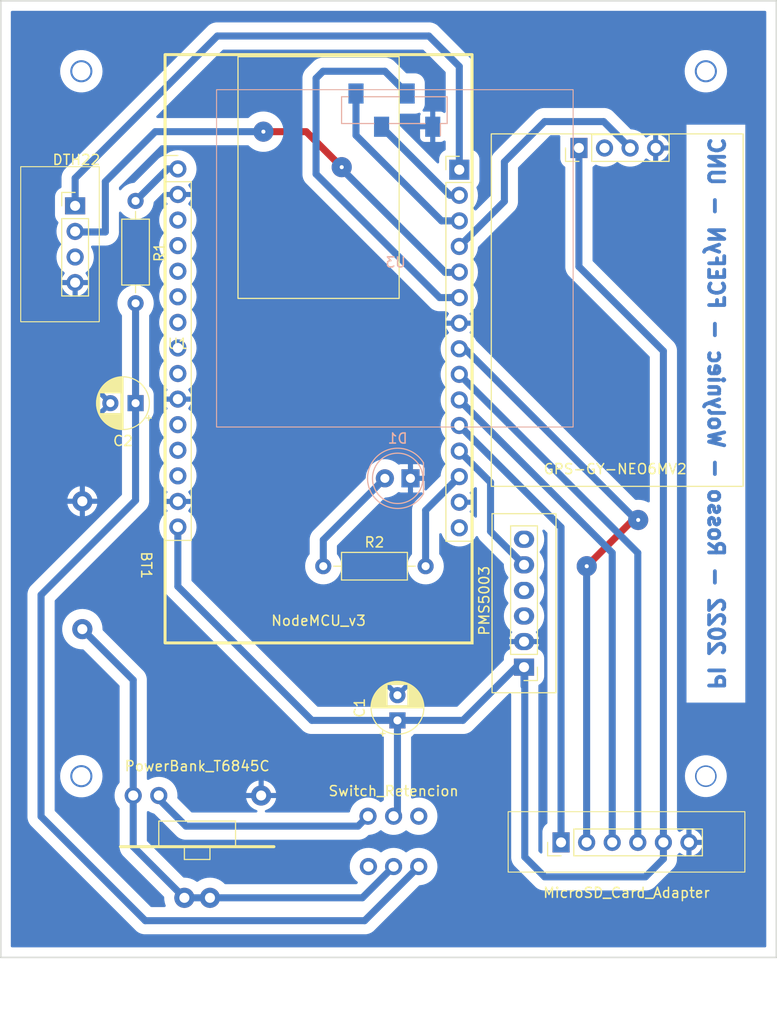
<source format=kicad_pcb>
(kicad_pcb (version 20221231) (generator pcbnew)
  (layers (0 "F.Cu" signal) (31 "B.Cu" signal) (34 "B.Paste" user) (35 "F.Paste" user) (36 "B.SilkS" user "B.Silkscreen") (37 "F.SilkS" user "F.Silkscreen") (38 "B.Mask" user) (39 "F.Mask" user) (44 "Edge.Cuts" user))
  (net 0 "")
  (net 1 "GND")
  (net 2 "Net-(D1-A)")
  (net 3 "Net-(U1-A0)")
  (net 4 "Net-(U1-TX)")
  (net 12 "VCC_3V3")
  (net 15 "VCC_dht22")
  (net 16 "SCL")
  (net 17 "SDA")
  (net 18 "TX_GPS")
  (net 19 "DATA_DHT")
  (net 20 "SCK")
  (net 21 "MISO")
  (net 22 "MOSI")
  (net 23 "CS")
  (net 24 "TX_PMS")
  (net 30 "VCC_5V_IN")
  (net 31 "VCC_OUT_BAT")
  (net 32 "VCC_IN_ADC")
  (net 33 "VCC_5V_OUT")
  (footprint "Capacitor_THT:CP_Radial_D5.0mm_P2.50mm" (layer "F.Cu") (at 141.38375 110.45925 90)
    (fp_text reference "C1" (at 1.25 -3.75 90) (layer "F.SilkS"))
    (fp_text value "C")
    (fp_line (start -1.554775 -1.475) (end -1.054775 -1.475) (stroke (width 0.12)) (layer "F.SilkS"))
    (fp_line (start -1.304775 -1.725) (end -1.304775 -1.225) (stroke (width 0.12)) (layer "F.SilkS"))
    (fp_line (start 1.25 -2.58) (end 1.25 2.58) (stroke (width 0.12)) (layer "F.SilkS"))
    (fp_line (start 1.29 -2.58) (end 1.29 2.58) (stroke (width 0.12)) (layer "F.SilkS"))
    (fp_line (start 1.33 -2.579) (end 1.33 2.579) (stroke (width 0.12)) (layer "F.SilkS"))
    (fp_line (start 1.37 -2.578) (end 1.37 2.578) (stroke (width 0.12)) (layer "F.SilkS"))
    (fp_line (start 1.41 -2.576) (end 1.41 2.576) (stroke (width 0.12)) (layer "F.SilkS"))
    (fp_line (start 1.45 -2.573) (end 1.45 2.573) (stroke (width 0.12)) (layer "F.SilkS"))
    (fp_line (start 1.49 -2.569) (end 1.49 -1.04) (stroke (width 0.12)) (layer "F.SilkS"))
    (fp_line (start 1.49 1.04) (end 1.49 2.569) (stroke (width 0.12)) (layer "F.SilkS"))
    (fp_line (start 1.53 -2.565) (end 1.53 -1.04) (stroke (width 0.12)) (layer "F.SilkS"))
    (fp_line (start 1.53 1.04) (end 1.53 2.565) (stroke (width 0.12)) (layer "F.SilkS"))
    (fp_line (start 1.57 -2.561) (end 1.57 -1.04) (stroke (width 0.12)) (layer "F.SilkS"))
    (fp_line (start 1.57 1.04) (end 1.57 2.561) (stroke (width 0.12)) (layer "F.SilkS"))
    (fp_line (start 1.61 -2.556) (end 1.61 -1.04) (stroke (width 0.12)) (layer "F.SilkS"))
    (fp_line (start 1.61 1.04) (end 1.61 2.556) (stroke (width 0.12)) (layer "F.SilkS"))
    (fp_line (start 1.65 -2.55) (end 1.65 -1.04) (stroke (width 0.12)) (layer "F.SilkS"))
    (fp_line (start 1.65 1.04) (end 1.65 2.55) (stroke (width 0.12)) (layer "F.SilkS"))
    (fp_line (start 1.69 -2.543) (end 1.69 -1.04) (stroke (width 0.12)) (layer "F.SilkS"))
    (fp_line (start 1.69 1.04) (end 1.69 2.543) (stroke (width 0.12)) (layer "F.SilkS"))
    (fp_line (start 1.73 -2.536) (end 1.73 -1.04) (stroke (width 0.12)) (layer "F.SilkS"))
    (fp_line (start 1.73 1.04) (end 1.73 2.536) (stroke (width 0.12)) (layer "F.SilkS"))
    (fp_line (start 1.77 -2.528) (end 1.77 -1.04) (stroke (width 0.12)) (layer "F.SilkS"))
    (fp_line (start 1.77 1.04) (end 1.77 2.528) (stroke (width 0.12)) (layer "F.SilkS"))
    (fp_line (start 1.81 -2.52) (end 1.81 -1.04) (stroke (width 0.12)) (layer "F.SilkS"))
    (fp_line (start 1.81 1.04) (end 1.81 2.52) (stroke (width 0.12)) (layer "F.SilkS"))
    (fp_line (start 1.85 -2.511) (end 1.85 -1.04) (stroke (width 0.12)) (layer "F.SilkS"))
    (fp_line (start 1.85 1.04) (end 1.85 2.511) (stroke (width 0.12)) (layer "F.SilkS"))
    (fp_line (start 1.89 -2.501) (end 1.89 -1.04) (stroke (width 0.12)) (layer "F.SilkS"))
    (fp_line (start 1.89 1.04) (end 1.89 2.501) (stroke (width 0.12)) (layer "F.SilkS"))
    (fp_line (start 1.93 -2.491) (end 1.93 -1.04) (stroke (width 0.12)) (layer "F.SilkS"))
    (fp_line (start 1.93 1.04) (end 1.93 2.491) (stroke (width 0.12)) (layer "F.SilkS"))
    (fp_line (start 1.971 -2.48) (end 1.971 -1.04) (stroke (width 0.12)) (layer "F.SilkS"))
    (fp_line (start 1.971 1.04) (end 1.971 2.48) (stroke (width 0.12)) (layer "F.SilkS"))
    (fp_line (start 2.011 -2.468) (end 2.011 -1.04) (stroke (width 0.12)) (layer "F.SilkS"))
    (fp_line (start 2.011 1.04) (end 2.011 2.468) (stroke (width 0.12)) (layer "F.SilkS"))
    (fp_line (start 2.051 -2.455) (end 2.051 -1.04) (stroke (width 0.12)) (layer "F.SilkS"))
    (fp_line (start 2.051 1.04) (end 2.051 2.455) (stroke (width 0.12)) (layer "F.SilkS"))
    (fp_line (start 2.091 -2.442) (end 2.091 -1.04) (stroke (width 0.12)) (layer "F.SilkS"))
    (fp_line (start 2.091 1.04) (end 2.091 2.442) (stroke (width 0.12)) (layer "F.SilkS"))
    (fp_line (start 2.131 -2.428) (end 2.131 -1.04) (stroke (width 0.12)) (layer "F.SilkS"))
    (fp_line (start 2.131 1.04) (end 2.131 2.428) (stroke (width 0.12)) (layer "F.SilkS"))
    (fp_line (start 2.171 -2.414) (end 2.171 -1.04) (stroke (width 0.12)) (layer "F.SilkS"))
    (fp_line (start 2.171 1.04) (end 2.171 2.414) (stroke (width 0.12)) (layer "F.SilkS"))
    (fp_line (start 2.211 -2.398) (end 2.211 -1.04) (stroke (width 0.12)) (layer "F.SilkS"))
    (fp_line (start 2.211 1.04) (end 2.211 2.398) (stroke (width 0.12)) (layer "F.SilkS"))
    (fp_line (start 2.251 -2.382) (end 2.251 -1.04) (stroke (width 0.12)) (layer "F.SilkS"))
    (fp_line (start 2.251 1.04) (end 2.251 2.382) (stroke (width 0.12)) (layer "F.SilkS"))
    (fp_line (start 2.291 -2.365) (end 2.291 -1.04) (stroke (width 0.12)) (layer "F.SilkS"))
    (fp_line (start 2.291 1.04) (end 2.291 2.365) (stroke (width 0.12)) (layer "F.SilkS"))
    (fp_line (start 2.331 -2.348) (end 2.331 -1.04) (stroke (width 0.12)) (layer "F.SilkS"))
    (fp_line (start 2.331 1.04) (end 2.331 2.348) (stroke (width 0.12)) (layer "F.SilkS"))
    (fp_line (start 2.371 -2.329) (end 2.371 -1.04) (stroke (width 0.12)) (layer "F.SilkS"))
    (fp_line (start 2.371 1.04) (end 2.371 2.329) (stroke (width 0.12)) (layer "F.SilkS"))
    (fp_line (start 2.411 -2.31) (end 2.411 -1.04) (stroke (width 0.12)) (layer "F.SilkS"))
    (fp_line (start 2.411 1.04) (end 2.411 2.31) (stroke (width 0.12)) (layer "F.SilkS"))
    (fp_line (start 2.451 -2.29) (end 2.451 -1.04) (stroke (width 0.12)) (layer "F.SilkS"))
    (fp_line (start 2.451 1.04) (end 2.451 2.29) (stroke (width 0.12)) (layer "F.SilkS"))
    (fp_line (start 2.491 -2.268) (end 2.491 -1.04) (stroke (width 0.12)) (layer "F.SilkS"))
    (fp_line (start 2.491 1.04) (end 2.491 2.268) (stroke (width 0.12)) (layer "F.SilkS"))
    (fp_line (start 2.531 -2.247) (end 2.531 -1.04) (stroke (width 0.12)) (layer "F.SilkS"))
    (fp_line (start 2.531 1.04) (end 2.531 2.247) (stroke (width 0.12)) (layer "F.SilkS"))
    (fp_line (start 2.571 -2.224) (end 2.571 -1.04) (stroke (width 0.12)) (layer "F.SilkS"))
    (fp_line (start 2.571 1.04) (end 2.571 2.224) (stroke (width 0.12)) (layer "F.SilkS"))
    (fp_line (start 2.611 -2.2) (end 2.611 -1.04) (stroke (width 0.12)) (layer "F.SilkS"))
    (fp_line (start 2.611 1.04) (end 2.611 2.2) (stroke (width 0.12)) (layer "F.SilkS"))
    (fp_line (start 2.651 -2.175) (end 2.651 -1.04) (stroke (width 0.12)) (layer "F.SilkS"))
    (fp_line (start 2.651 1.04) (end 2.651 2.175) (stroke (width 0.12)) (layer "F.SilkS"))
    (fp_line (start 2.691 -2.149) (end 2.691 -1.04) (stroke (width 0.12)) (layer "F.SilkS"))
    (fp_line (start 2.691 1.04) (end 2.691 2.149) (stroke (width 0.12)) (layer "F.SilkS"))
    (fp_line (start 2.731 -2.122) (end 2.731 -1.04) (stroke (width 0.12)) (layer "F.SilkS"))
    (fp_line (start 2.731 1.04) (end 2.731 2.122) (stroke (width 0.12)) (layer "F.SilkS"))
    (fp_line (start 2.771 -2.095) (end 2.771 -1.04) (stroke (width 0.12)) (layer "F.SilkS"))
    (fp_line (start 2.771 1.04) (end 2.771 2.095) (stroke (width 0.12)) (layer "F.SilkS"))
    (fp_line (start 2.811 -2.065) (end 2.811 -1.04) (stroke (width 0.12)) (layer "F.SilkS"))
    (fp_line (start 2.811 1.04) (end 2.811 2.065) (stroke (width 0.12)) (layer "F.SilkS"))
    (fp_line (start 2.851 -2.035) (end 2.851 -1.04) (stroke (width 0.12)) (layer "F.SilkS"))
    (fp_line (start 2.851 1.04) (end 2.851 2.035) (stroke (width 0.12)) (layer "F.SilkS"))
    (fp_line (start 2.891 -2.004) (end 2.891 -1.04) (stroke (width 0.12)) (layer "F.SilkS"))
    (fp_line (start 2.891 1.04) (end 2.891 2.004) (stroke (width 0.12)) (layer "F.SilkS"))
    (fp_line (start 2.931 -1.971) (end 2.931 -1.04) (stroke (width 0.12)) (layer "F.SilkS"))
    (fp_line (start 2.931 1.04) (end 2.931 1.971) (stroke (width 0.12)) (layer "F.SilkS"))
    (fp_line (start 2.971 -1.937) (end 2.971 -1.04) (stroke (width 0.12)) (layer "F.SilkS"))
    (fp_line (start 2.971 1.04) (end 2.971 1.937) (stroke (width 0.12)) (layer "F.SilkS"))
    (fp_line (start 3.011 -1.901) (end 3.011 -1.04) (stroke (width 0.12)) (layer "F.SilkS"))
    (fp_line (start 3.011 1.04) (end 3.011 1.901) (stroke (width 0.12)) (layer "F.SilkS"))
    (fp_line (start 3.051 -1.864) (end 3.051 -1.04) (stroke (width 0.12)) (layer "F.SilkS"))
    (fp_line (start 3.051 1.04) (end 3.051 1.864) (stroke (width 0.12)) (layer "F.SilkS"))
    (fp_line (start 3.091 -1.826) (end 3.091 -1.04) (stroke (width 0.12)) (layer "F.SilkS"))
    (fp_line (start 3.091 1.04) (end 3.091 1.826) (stroke (width 0.12)) (layer "F.SilkS"))
    (fp_line (start 3.131 -1.785) (end 3.131 -1.04) (stroke (width 0.12)) (layer "F.SilkS"))
    (fp_line (start 3.131 1.04) (end 3.131 1.785) (stroke (width 0.12)) (layer "F.SilkS"))
    (fp_line (start 3.171 -1.743) (end 3.171 -1.04) (stroke (width 0.12)) (layer "F.SilkS"))
    (fp_line (start 3.171 1.04) (end 3.171 1.743) (stroke (width 0.12)) (layer "F.SilkS"))
    (fp_line (start 3.211 -1.699) (end 3.211 -1.04) (stroke (width 0.12)) (layer "F.SilkS"))
    (fp_line (start 3.211 1.04) (end 3.211 1.699) (stroke (width 0.12)) (layer "F.SilkS"))
    (fp_line (start 3.251 -1.653) (end 3.251 -1.04) (stroke (width 0.12)) (layer "F.SilkS"))
    (fp_line (start 3.251 1.04) (end 3.251 1.653) (stroke (width 0.12)) (layer "F.SilkS"))
    (fp_line (start 3.291 -1.605) (end 3.291 -1.04) (stroke (width 0.12)) (layer "F.SilkS"))
    (fp_line (start 3.291 1.04) (end 3.291 1.605) (stroke (width 0.12)) (layer "F.SilkS"))
    (fp_line (start 3.331 -1.554) (end 3.331 -1.04) (stroke (width 0.12)) (layer "F.SilkS"))
    (fp_line (start 3.331 1.04) (end 3.331 1.554) (stroke (width 0.12)) (layer "F.SilkS"))
    (fp_line (start 3.371 -1.5) (end 3.371 -1.04) (stroke (width 0.12)) (layer "F.SilkS"))
    (fp_line (start 3.371 1.04) (end 3.371 1.5) (stroke (width 0.12)) (layer "F.SilkS"))
    (fp_line (start 3.411 -1.443) (end 3.411 -1.04) (stroke (width 0.12)) (layer "F.SilkS"))
    (fp_line (start 3.411 1.04) (end 3.411 1.443) (stroke (width 0.12)) (layer "F.SilkS"))
    (fp_line (start 3.451 -1.383) (end 3.451 -1.04) (stroke (width 0.12)) (layer "F.SilkS"))
    (fp_line (start 3.451 1.04) (end 3.451 1.383) (stroke (width 0.12)) (layer "F.SilkS"))
    (fp_line (start 3.491 -1.319) (end 3.491 -1.04) (stroke (width 0.12)) (layer "F.SilkS"))
    (fp_line (start 3.491 1.04) (end 3.491 1.319) (stroke (width 0.12)) (layer "F.SilkS"))
    (fp_line (start 3.531 -1.251) (end 3.531 -1.04) (stroke (width 0.12)) (layer "F.SilkS"))
    (fp_line (start 3.531 1.04) (end 3.531 1.251) (stroke (width 0.12)) (layer "F.SilkS"))
    (fp_line (start 3.571 -1.178) (end 3.571 1.178) (stroke (width 0.12)) (layer "F.SilkS"))
    (fp_line (start 3.611 -1.098) (end 3.611 1.098) (stroke (width 0.12)) (layer "F.SilkS"))
    (fp_line (start 3.651 -1.011) (end 3.651 1.011) (stroke (width 0.12)) (layer "F.SilkS"))
    (fp_line (start 3.691 -0.915) (end 3.691 0.915) (stroke (width 0.12)) (layer "F.SilkS"))
    (fp_line (start 3.731 -0.805) (end 3.731 0.805) (stroke (width 0.12)) (layer "F.SilkS"))
    (fp_line (start 3.771 -0.677) (end 3.771 0.677) (stroke (width 0.12)) (layer "F.SilkS"))
    (fp_line (start 3.811 -0.518) (end 3.811 0.518) (stroke (width 0.12)) (layer "F.SilkS"))
    (fp_line (start 3.851 -0.284) (end 3.851 0.284) (stroke (width 0.12)) (layer "F.SilkS"))
    (fp_circle (center 1.25 0) (end 3.87 0) (stroke (width 0.12)) (fill none) (layer "F.SilkS"))
    (pad "1" thru_hole rect locked (at 0 0 90) (size 1.6 1.6) (drill 0.8) (layers *.Cu *.Mask) (net 30 "VCC_5V_IN"))
    (pad "2" thru_hole circle locked (at 2.5 0 90) (size 1.6 1.6) (drill 0.8) (layers *.Cu *.Mask) (net 1 "GND"))
  )
  (footprint "Capacitor_THT:CP_Radial_D5.0mm_P2.50mm" (layer "F.Cu") (at 115.38375 78.95925 180)
    (fp_text reference "C2" (at 1.25 -3.75) (layer "F.SilkS"))
    (fp_text value "C")
    (fp_line (start -1.554775 -1.475) (end -1.054775 -1.475) (stroke (width 0.12)) (layer "F.SilkS"))
    (fp_line (start -1.304775 -1.725) (end -1.304775 -1.225) (stroke (width 0.12)) (layer "F.SilkS"))
    (fp_line (start 1.25 -2.58) (end 1.25 2.58) (stroke (width 0.12)) (layer "F.SilkS"))
    (fp_line (start 1.29 -2.58) (end 1.29 2.58) (stroke (width 0.12)) (layer "F.SilkS"))
    (fp_line (start 1.33 -2.579) (end 1.33 2.579) (stroke (width 0.12)) (layer "F.SilkS"))
    (fp_line (start 1.37 -2.578) (end 1.37 2.578) (stroke (width 0.12)) (layer "F.SilkS"))
    (fp_line (start 1.41 -2.576) (end 1.41 2.576) (stroke (width 0.12)) (layer "F.SilkS"))
    (fp_line (start 1.45 -2.573) (end 1.45 2.573) (stroke (width 0.12)) (layer "F.SilkS"))
    (fp_line (start 1.49 -2.569) (end 1.49 -1.04) (stroke (width 0.12)) (layer "F.SilkS"))
    (fp_line (start 1.49 1.04) (end 1.49 2.569) (stroke (width 0.12)) (layer "F.SilkS"))
    (fp_line (start 1.53 -2.565) (end 1.53 -1.04) (stroke (width 0.12)) (layer "F.SilkS"))
    (fp_line (start 1.53 1.04) (end 1.53 2.565) (stroke (width 0.12)) (layer "F.SilkS"))
    (fp_line (start 1.57 -2.561) (end 1.57 -1.04) (stroke (width 0.12)) (layer "F.SilkS"))
    (fp_line (start 1.57 1.04) (end 1.57 2.561) (stroke (width 0.12)) (layer "F.SilkS"))
    (fp_line (start 1.61 -2.556) (end 1.61 -1.04) (stroke (width 0.12)) (layer "F.SilkS"))
    (fp_line (start 1.61 1.04) (end 1.61 2.556) (stroke (width 0.12)) (layer "F.SilkS"))
    (fp_line (start 1.65 -2.55) (end 1.65 -1.04) (stroke (width 0.12)) (layer "F.SilkS"))
    (fp_line (start 1.65 1.04) (end 1.65 2.55) (stroke (width 0.12)) (layer "F.SilkS"))
    (fp_line (start 1.69 -2.543) (end 1.69 -1.04) (stroke (width 0.12)) (layer "F.SilkS"))
    (fp_line (start 1.69 1.04) (end 1.69 2.543) (stroke (width 0.12)) (layer "F.SilkS"))
    (fp_line (start 1.73 -2.536) (end 1.73 -1.04) (stroke (width 0.12)) (layer "F.SilkS"))
    (fp_line (start 1.73 1.04) (end 1.73 2.536) (stroke (width 0.12)) (layer "F.SilkS"))
    (fp_line (start 1.77 -2.528) (end 1.77 -1.04) (stroke (width 0.12)) (layer "F.SilkS"))
    (fp_line (start 1.77 1.04) (end 1.77 2.528) (stroke (width 0.12)) (layer "F.SilkS"))
    (fp_line (start 1.81 -2.52) (end 1.81 -1.04) (stroke (width 0.12)) (layer "F.SilkS"))
    (fp_line (start 1.81 1.04) (end 1.81 2.52) (stroke (width 0.12)) (layer "F.SilkS"))
    (fp_line (start 1.85 -2.511) (end 1.85 -1.04) (stroke (width 0.12)) (layer "F.SilkS"))
    (fp_line (start 1.85 1.04) (end 1.85 2.511) (stroke (width 0.12)) (layer "F.SilkS"))
    (fp_line (start 1.89 -2.501) (end 1.89 -1.04) (stroke (width 0.12)) (layer "F.SilkS"))
    (fp_line (start 1.89 1.04) (end 1.89 2.501) (stroke (width 0.12)) (layer "F.SilkS"))
    (fp_line (start 1.93 -2.491) (end 1.93 -1.04) (stroke (width 0.12)) (layer "F.SilkS"))
    (fp_line (start 1.93 1.04) (end 1.93 2.491) (stroke (width 0.12)) (layer "F.SilkS"))
    (fp_line (start 1.971 -2.48) (end 1.971 -1.04) (stroke (width 0.12)) (layer "F.SilkS"))
    (fp_line (start 1.971 1.04) (end 1.971 2.48) (stroke (width 0.12)) (layer "F.SilkS"))
    (fp_line (start 2.011 -2.468) (end 2.011 -1.04) (stroke (width 0.12)) (layer "F.SilkS"))
    (fp_line (start 2.011 1.04) (end 2.011 2.468) (stroke (width 0.12)) (layer "F.SilkS"))
    (fp_line (start 2.051 -2.455) (end 2.051 -1.04) (stroke (width 0.12)) (layer "F.SilkS"))
    (fp_line (start 2.051 1.04) (end 2.051 2.455) (stroke (width 0.12)) (layer "F.SilkS"))
    (fp_line (start 2.091 -2.442) (end 2.091 -1.04) (stroke (width 0.12)) (layer "F.SilkS"))
    (fp_line (start 2.091 1.04) (end 2.091 2.442) (stroke (width 0.12)) (layer "F.SilkS"))
    (fp_line (start 2.131 -2.428) (end 2.131 -1.04) (stroke (width 0.12)) (layer "F.SilkS"))
    (fp_line (start 2.131 1.04) (end 2.131 2.428) (stroke (width 0.12)) (layer "F.SilkS"))
    (fp_line (start 2.171 -2.414) (end 2.171 -1.04) (stroke (width 0.12)) (layer "F.SilkS"))
    (fp_line (start 2.171 1.04) (end 2.171 2.414) (stroke (width 0.12)) (layer "F.SilkS"))
    (fp_line (start 2.211 -2.398) (end 2.211 -1.04) (stroke (width 0.12)) (layer "F.SilkS"))
    (fp_line (start 2.211 1.04) (end 2.211 2.398) (stroke (width 0.12)) (layer "F.SilkS"))
    (fp_line (start 2.251 -2.382) (end 2.251 -1.04) (stroke (width 0.12)) (layer "F.SilkS"))
    (fp_line (start 2.251 1.04) (end 2.251 2.382) (stroke (width 0.12)) (layer "F.SilkS"))
    (fp_line (start 2.291 -2.365) (end 2.291 -1.04) (stroke (width 0.12)) (layer "F.SilkS"))
    (fp_line (start 2.291 1.04) (end 2.291 2.365) (stroke (width 0.12)) (layer "F.SilkS"))
    (fp_line (start 2.331 -2.348) (end 2.331 -1.04) (stroke (width 0.12)) (layer "F.SilkS"))
    (fp_line (start 2.331 1.04) (end 2.331 2.348) (stroke (width 0.12)) (layer "F.SilkS"))
    (fp_line (start 2.371 -2.329) (end 2.371 -1.04) (stroke (width 0.12)) (layer "F.SilkS"))
    (fp_line (start 2.371 1.04) (end 2.371 2.329) (stroke (width 0.12)) (layer "F.SilkS"))
    (fp_line (start 2.411 -2.31) (end 2.411 -1.04) (stroke (width 0.12)) (layer "F.SilkS"))
    (fp_line (start 2.411 1.04) (end 2.411 2.31) (stroke (width 0.12)) (layer "F.SilkS"))
    (fp_line (start 2.451 -2.29) (end 2.451 -1.04) (stroke (width 0.12)) (layer "F.SilkS"))
    (fp_line (start 2.451 1.04) (end 2.451 2.29) (stroke (width 0.12)) (layer "F.SilkS"))
    (fp_line (start 2.491 -2.268) (end 2.491 -1.04) (stroke (width 0.12)) (layer "F.SilkS"))
    (fp_line (start 2.491 1.04) (end 2.491 2.268) (stroke (width 0.12)) (layer "F.SilkS"))
    (fp_line (start 2.531 -2.247) (end 2.531 -1.04) (stroke (width 0.12)) (layer "F.SilkS"))
    (fp_line (start 2.531 1.04) (end 2.531 2.247) (stroke (width 0.12)) (layer "F.SilkS"))
    (fp_line (start 2.571 -2.224) (end 2.571 -1.04) (stroke (width 0.12)) (layer "F.SilkS"))
    (fp_line (start 2.571 1.04) (end 2.571 2.224) (stroke (width 0.12)) (layer "F.SilkS"))
    (fp_line (start 2.611 -2.2) (end 2.611 -1.04) (stroke (width 0.12)) (layer "F.SilkS"))
    (fp_line (start 2.611 1.04) (end 2.611 2.2) (stroke (width 0.12)) (layer "F.SilkS"))
    (fp_line (start 2.651 -2.175) (end 2.651 -1.04) (stroke (width 0.12)) (layer "F.SilkS"))
    (fp_line (start 2.651 1.04) (end 2.651 2.175) (stroke (width 0.12)) (layer "F.SilkS"))
    (fp_line (start 2.691 -2.149) (end 2.691 -1.04) (stroke (width 0.12)) (layer "F.SilkS"))
    (fp_line (start 2.691 1.04) (end 2.691 2.149) (stroke (width 0.12)) (layer "F.SilkS"))
    (fp_line (start 2.731 -2.122) (end 2.731 -1.04) (stroke (width 0.12)) (layer "F.SilkS"))
    (fp_line (start 2.731 1.04) (end 2.731 2.122) (stroke (width 0.12)) (layer "F.SilkS"))
    (fp_line (start 2.771 -2.095) (end 2.771 -1.04) (stroke (width 0.12)) (layer "F.SilkS"))
    (fp_line (start 2.771 1.04) (end 2.771 2.095) (stroke (width 0.12)) (layer "F.SilkS"))
    (fp_line (start 2.811 -2.065) (end 2.811 -1.04) (stroke (width 0.12)) (layer "F.SilkS"))
    (fp_line (start 2.811 1.04) (end 2.811 2.065) (stroke (width 0.12)) (layer "F.SilkS"))
    (fp_line (start 2.851 -2.035) (end 2.851 -1.04) (stroke (width 0.12)) (layer "F.SilkS"))
    (fp_line (start 2.851 1.04) (end 2.851 2.035) (stroke (width 0.12)) (layer "F.SilkS"))
    (fp_line (start 2.891 -2.004) (end 2.891 -1.04) (stroke (width 0.12)) (layer "F.SilkS"))
    (fp_line (start 2.891 1.04) (end 2.891 2.004) (stroke (width 0.12)) (layer "F.SilkS"))
    (fp_line (start 2.931 -1.971) (end 2.931 -1.04) (stroke (width 0.12)) (layer "F.SilkS"))
    (fp_line (start 2.931 1.04) (end 2.931 1.971) (stroke (width 0.12)) (layer "F.SilkS"))
    (fp_line (start 2.971 -1.937) (end 2.971 -1.04) (stroke (width 0.12)) (layer "F.SilkS"))
    (fp_line (start 2.971 1.04) (end 2.971 1.937) (stroke (width 0.12)) (layer "F.SilkS"))
    (fp_line (start 3.011 -1.901) (end 3.011 -1.04) (stroke (width 0.12)) (layer "F.SilkS"))
    (fp_line (start 3.011 1.04) (end 3.011 1.901) (stroke (width 0.12)) (layer "F.SilkS"))
    (fp_line (start 3.051 -1.864) (end 3.051 -1.04) (stroke (width 0.12)) (layer "F.SilkS"))
    (fp_line (start 3.051 1.04) (end 3.051 1.864) (stroke (width 0.12)) (layer "F.SilkS"))
    (fp_line (start 3.091 -1.826) (end 3.091 -1.04) (stroke (width 0.12)) (layer "F.SilkS"))
    (fp_line (start 3.091 1.04) (end 3.091 1.826) (stroke (width 0.12)) (layer "F.SilkS"))
    (fp_line (start 3.131 -1.785) (end 3.131 -1.04) (stroke (width 0.12)) (layer "F.SilkS"))
    (fp_line (start 3.131 1.04) (end 3.131 1.785) (stroke (width 0.12)) (layer "F.SilkS"))
    (fp_line (start 3.171 -1.743) (end 3.171 -1.04) (stroke (width 0.12)) (layer "F.SilkS"))
    (fp_line (start 3.171 1.04) (end 3.171 1.743) (stroke (width 0.12)) (layer "F.SilkS"))
    (fp_line (start 3.211 -1.699) (end 3.211 -1.04) (stroke (width 0.12)) (layer "F.SilkS"))
    (fp_line (start 3.211 1.04) (end 3.211 1.699) (stroke (width 0.12)) (layer "F.SilkS"))
    (fp_line (start 3.251 -1.653) (end 3.251 -1.04) (stroke (width 0.12)) (layer "F.SilkS"))
    (fp_line (start 3.251 1.04) (end 3.251 1.653) (stroke (width 0.12)) (layer "F.SilkS"))
    (fp_line (start 3.291 -1.605) (end 3.291 -1.04) (stroke (width 0.12)) (layer "F.SilkS"))
    (fp_line (start 3.291 1.04) (end 3.291 1.605) (stroke (width 0.12)) (layer "F.SilkS"))
    (fp_line (start 3.331 -1.554) (end 3.331 -1.04) (stroke (width 0.12)) (layer "F.SilkS"))
    (fp_line (start 3.331 1.04) (end 3.331 1.554) (stroke (width 0.12)) (layer "F.SilkS"))
    (fp_line (start 3.371 -1.5) (end 3.371 -1.04) (stroke (width 0.12)) (layer "F.SilkS"))
    (fp_line (start 3.371 1.04) (end 3.371 1.5) (stroke (width 0.12)) (layer "F.SilkS"))
    (fp_line (start 3.411 -1.443) (end 3.411 -1.04) (stroke (width 0.12)) (layer "F.SilkS"))
    (fp_line (start 3.411 1.04) (end 3.411 1.443) (stroke (width 0.12)) (layer "F.SilkS"))
    (fp_line (start 3.451 -1.383) (end 3.451 -1.04) (stroke (width 0.12)) (layer "F.SilkS"))
    (fp_line (start 3.451 1.04) (end 3.451 1.383) (stroke (width 0.12)) (layer "F.SilkS"))
    (fp_line (start 3.491 -1.319) (end 3.491 -1.04) (stroke (width 0.12)) (layer "F.SilkS"))
    (fp_line (start 3.491 1.04) (end 3.491 1.319) (stroke (width 0.12)) (layer "F.SilkS"))
    (fp_line (start 3.531 -1.251) (end 3.531 -1.04) (stroke (width 0.12)) (layer "F.SilkS"))
    (fp_line (start 3.531 1.04) (end 3.531 1.251) (stroke (width 0.12)) (layer "F.SilkS"))
    (fp_line (start 3.571 -1.178) (end 3.571 1.178) (stroke (width 0.12)) (layer "F.SilkS"))
    (fp_line (start 3.611 -1.098) (end 3.611 1.098) (stroke (width 0.12)) (layer "F.SilkS"))
    (fp_line (start 3.651 -1.011) (end 3.651 1.011) (stroke (width 0.12)) (layer "F.SilkS"))
    (fp_line (start 3.691 -0.915) (end 3.691 0.915) (stroke (width 0.12)) (layer "F.SilkS"))
    (fp_line (start 3.731 -0.805) (end 3.731 0.805) (stroke (width 0.12)) (layer "F.SilkS"))
    (fp_line (start 3.771 -0.677) (end 3.771 0.677) (stroke (width 0.12)) (layer "F.SilkS"))
    (fp_line (start 3.811 -0.518) (end 3.811 0.518) (stroke (width 0.12)) (layer "F.SilkS"))
    (fp_line (start 3.851 -0.284) (end 3.851 0.284) (stroke (width 0.12)) (layer "F.SilkS"))
    (fp_circle (center 1.25 0) (end 3.87 0) (stroke (width 0.12)) (fill none) (layer "F.SilkS"))
    (pad "1" thru_hole rect locked (at 0 0 180) (size 1.6 1.6) (drill 0.8) (layers *.Cu *.Mask) (net 32 "VCC_IN_ADC"))
    (pad "2" thru_hole circle locked (at 2.5 0 180) (size 1.6 1.6) (drill 0.8) (layers *.Cu *.Mask) (net 1 "GND"))
  )
  (footprint "PI:Switch_Retencion" (layer "F.Cu") (at 141 122.475)
    (fp_text reference "Switch_Retencion" (at 0 -5 unlocked) (layer "F.SilkS"))
    (fp_text value "Switch_Retencion")
    (pad "1" thru_hole oval (at -2.5 2.5 90) (size 1.7 1.7) (drill 1) (layers *.Cu *.Mask))
    (pad "2" thru_hole oval (at 0 2.5 90) (size 1.7 1.7) (drill 1) (layers *.Cu *.Mask) (net 31 "VCC_OUT_BAT"))
    (pad "3" thru_hole oval (at 2.5 2.5 90) (size 1.7 1.7) (drill 1) (layers *.Cu *.Mask) (net 32 "VCC_IN_ADC"))
    (pad "4" thru_hole oval (at -2.54 -2.5 90) (size 1.7 1.7) (drill 1) (layers *.Cu *.Mask) (net 33 "VCC_5V_OUT"))
    (pad "5" thru_hole oval (at 0 -2.5 90) (size 1.7 1.7) (drill 1) (layers *.Cu *.Mask) (net 30 "VCC_5V_IN"))
    (pad "6" thru_hole oval (at 2.5 -2.5 90) (size 1.7 1.7) (drill 1) (layers *.Cu *.Mask))
  )
  (footprint "Resistor_THT:R_Axial_DIN0207_L6.3mm_D2.5mm_P10.16mm_Horizontal" (layer "F.Cu") (at 134.02 95.15)
    (fp_text reference "R2" (at 5.08 -2.37) (layer "F.SilkS"))
    (fp_text value "220")
    (fp_line (start 1.04 0) (end 1.81 0) (stroke (width 0.12)) (layer "F.SilkS"))
    (fp_line (start 1.81 -1.37) (end 1.81 1.37) (stroke (width 0.12)) (layer "F.SilkS"))
    (fp_line (start 1.81 1.37) (end 8.35 1.37) (stroke (width 0.12)) (layer "F.SilkS"))
    (fp_line (start 8.35 -1.37) (end 1.81 -1.37) (stroke (width 0.12)) (layer "F.SilkS"))
    (fp_line (start 8.35 1.37) (end 8.35 -1.37) (stroke (width 0.12)) (layer "F.SilkS"))
    (fp_line (start 9.12 0) (end 8.35 0) (stroke (width 0.12)) (layer "F.SilkS"))
    (pad "1" thru_hole circle locked (at 0 0) (size 1.6 1.6) (drill 0.8) (layers *.Cu *.Mask) (net 2 "Net-(D1-A)"))
    (pad "2" thru_hole oval locked (at 10.16 0) (size 1.6 1.6) (drill 0.8) (layers *.Cu *.Mask) (net 4 "Net-(U1-TX)"))
  )
  (footprint "PI:PMS5003" (layer "F.Cu") (at 153.95 98.825 90)
    (fp_text reference "PMS5003" (at 0.25 -3.95 90 unlocked) (layer "F.SilkS"))
    (fp_text value "PMS5003")
    (fp_line (start -7.68 1.33) (end -7.68 0) (stroke (width 0.12)) (layer "F.SilkS"))
    (fp_line (start -6.35 1.33) (end -7.68 1.33) (stroke (width 0.12)) (layer "F.SilkS"))
    (fp_line (start -5.08 -1.33) (end 7.68 -1.33) (stroke (width 0.12)) (layer "F.SilkS"))
    (fp_line (start -5.08 1.33) (end -5.08 -1.33) (stroke (width 0.12)) (layer "F.SilkS"))
    (fp_line (start -5.08 1.33) (end 7.68 1.33) (stroke (width 0.12)) (layer "F.SilkS"))
    (fp_line (start 7.68 1.33) (end 7.68 -1.33) (stroke (width 0.12)) (layer "F.SilkS"))
    (fp_rect (start 8.89 -3.175) (end -8.89 3.175) (stroke (width 0.12)) (fill none) (layer "F.SilkS"))
    (pad "1" thru_hole rect (at -6.35 0 180) (size 2 1.7) (drill 1) (layers *.Cu *.Mask) (net 30 "VCC_5V_IN"))
    (pad "2" thru_hole oval (at -3.81 0 180) (size 2 1.7) (drill 1) (layers *.Cu *.Mask) (net 1 "GND"))
    (pad "3" thru_hole oval (at -1.27 0 180) (size 2 1.7) (drill 1) (layers *.Cu *.Mask))
    (pad "4" thru_hole oval (at 1.27 0 180) (size 2 1.7) (drill 1) (layers *.Cu *.Mask))
    (pad "5" thru_hole oval (at 3.81 0 180) (size 2 1.7) (drill 1) (layers *.Cu *.Mask) (net 24 "TX_PMS"))
    (pad "6" thru_hole oval (at 6.35 0 180) (size 2 1.7) (drill 1) (layers *.Cu *.Mask))
  )
  (footprint "Resistor_THT:R_Axial_DIN0207_L6.3mm_D2.5mm_P10.16mm_Horizontal" (layer "F.Cu") (at 115.38375 58.87925 -90)
    (fp_text reference "R1" (at 5.08 -2.37 90) (layer "F.SilkS"))
    (fp_text value "100k")
    (fp_line (start 1.04 0) (end 1.81 0) (stroke (width 0.12)) (layer "F.SilkS"))
    (fp_line (start 1.81 -1.37) (end 1.81 1.37) (stroke (width 0.12)) (layer "F.SilkS"))
    (fp_line (start 1.81 1.37) (end 8.35 1.37) (stroke (width 0.12)) (layer "F.SilkS"))
    (fp_line (start 8.35 -1.37) (end 1.81 -1.37) (stroke (width 0.12)) (layer "F.SilkS"))
    (fp_line (start 8.35 1.37) (end 8.35 -1.37) (stroke (width 0.12)) (layer "F.SilkS"))
    (fp_line (start 9.12 0) (end 8.35 0) (stroke (width 0.12)) (layer "F.SilkS"))
    (pad "1" thru_hole circle locked (at 0 0 270) (size 1.6 1.6) (drill 0.8) (layers *.Cu *.Mask) (net 3 "Net-(U1-A0)"))
    (pad "2" thru_hole oval locked (at 10.16 0 270) (size 1.6 1.6) (drill 0.8) (layers *.Cu *.Mask) (net 32 "VCC_IN_ADC"))
  )
  (footprint "PI:StepUP_3.7_5v" (layer "F.Cu") (at 121.5 123 180)
    (fp_text reference "PowerBank_T6845C" (at 0 8 unlocked) (layer "F.SilkS"))
    (fp_text value "PowerBank_T6845C")
    (fp_line (start -7.62 0) (end 7.62 0) (stroke (width 0.3)) (layer "F.SilkS"))
    (fp_line (start -3.81 0) (end -3.81 2.54) (stroke (width 0.12)) (layer "F.SilkS"))
    (fp_line (start -3.81 2.54) (end 3.81 2.54) (stroke (width 0.12)) (layer "F.SilkS"))
    (fp_line (start -1.27 -1.27) (end 1.27 -1.27) (stroke (width 0.12)) (layer "F.SilkS"))
    (fp_line (start -1.27 0) (end -1.27 -1.27) (stroke (width 0.12)) (layer "F.SilkS"))
    (fp_line (start 1.27 -1.27) (end 1.27 0) (stroke (width 0.12)) (layer "F.SilkS"))
    (fp_line (start 1.27 0) (end -1.27 0) (stroke (width 0.12)) (layer "F.SilkS"))
    (fp_line (start 2.54 0) (end -2.54 0) (stroke (width 0.12)) (layer "F.SilkS"))
    (fp_line (start 3.81 0) (end -3.81 0) (stroke (width 0.12)) (layer "F.SilkS"))
    (fp_line (start 3.81 2.54) (end 3.81 0) (stroke (width 0.12)) (layer "F.SilkS"))
    (pad "1" thru_hole oval (at -1.27 -5.08 270) (size 2 2) (drill 1) (layers *.Cu *.Mask) (net 31 "VCC_OUT_BAT"))
    (pad "1" thru_hole oval (at 1.27 -5.08 270) (size 2 2) (drill 1) (layers *.Cu *.Mask) (net 31 "VCC_OUT_BAT"))
    (pad "1" thru_hole oval (at 6.35 5.08 270) (size 1.7 1.7) (drill 1) (layers *.Cu *.Mask) (net 31 "VCC_OUT_BAT"))
    (pad "2" thru_hole oval (at 3.81 5.08 270) (size 1.7 1.7) (drill 1) (layers *.Cu *.Mask) (net 33 "VCC_5V_OUT"))
    (pad "3" thru_hole oval (at -6.35 5.08 270) (size 2 2) (drill 1) (layers *.Cu *.Mask) (net 1 "GND"))
  )
  (footprint "PI:GPS-GY-NEO6MV2" (layer "F.Cu") (at 163 70)
    (fp_text reference "GPS-GY-NEO6MV2" (at 0 15.5 unlocked) (layer "F.SilkS"))
    (fp_text value "GPS-GY-NEO6MV2")
    (fp_line (start -4.93 -15.05) (end -4.93 -16.38) (stroke (width 0.12)) (layer "F.SilkS"))
    (fp_line (start -3.6 -15.05) (end -4.93 -15.05) (stroke (width 0.12)) (layer "F.SilkS"))
    (fp_line (start -2.33 -17.71) (end 5.35 -17.71) (stroke (width 0.12)) (layer "F.SilkS"))
    (fp_line (start -2.33 -15.05) (end -2.33 -17.71) (stroke (width 0.12)) (layer "F.SilkS"))
    (fp_line (start -2.33 -15.05) (end 5.35 -15.05) (stroke (width 0.12)) (layer "F.SilkS"))
    (fp_line (start 5.35 -15.05) (end 5.35 -17.71) (stroke (width 0.12)) (layer "F.SilkS"))
    (fp_rect (start -12.3 17.22) (end 12.7 -17.78) (stroke (width 0.12)) (fill none) (layer "F.SilkS"))
    (pad "1" thru_hole rect (at -3.6 -16.38 90) (size 2 1.7) (drill 1) (layers *.Cu *.Mask) (net 12 "VCC_3V3"))
    (pad "2" thru_hole circle (at -1.06 -16.38) (size 1.7 1.7) (drill 1) (layers *.Cu *.Mask))
    (pad "3" thru_hole circle (at 1.48 -16.38) (size 1.7 1.7) (drill 1) (layers *.Cu *.Mask) (net 18 "TX_GPS"))
    (pad "4" thru_hole oval (at 4.02 -16.38 90) (size 1.7 1.7) (drill 1) (layers *.Cu *.Mask) (net 1 "GND"))
  )
  (footprint "PI:battery_18650" (layer "F.Cu") (at 110.1 95.05 -90)
    (fp_text reference "BT1" (at 0 -6.35 -90 unlocked) (layer "F.SilkS"))
    (fp_text value "Battery_Cell_3v7")
    (pad "1" thru_hole oval (at 6.35 0) (size 2 2) (drill 1) (layers *.Cu *.Mask) (net 31 "VCC_OUT_BAT"))
    (pad "2" thru_hole oval (at -6.35 0) (size 2 2) (drill 1) (layers *.Cu *.Mask) (net 1 "GND"))
  )
  (footprint "PI:MicroSD_Card_adapter" (layer "F.Cu") (at 164.125 140.275)
    (fp_text reference "MicroSD_Card_Adapter" (at 0 -12.7 unlocked) (layer "F.SilkS"))
    (fp_text value "MicroSD_Card_Adapter")
    (fp_line (start -7.83 -16.37) (end -7.83 -17.7) (stroke (width 0.12)) (layer "F.SilkS"))
    (fp_line (start -6.5 -16.37) (end -7.83 -16.37) (stroke (width 0.12)) (layer "F.SilkS"))
    (fp_line (start -5.23 -19.03) (end 7.53 -19.03) (stroke (width 0.12)) (layer "F.SilkS"))
    (fp_line (start -5.23 -16.37) (end -5.23 -19.03) (stroke (width 0.12)) (layer "F.SilkS"))
    (fp_line (start -5.23 -16.37) (end 7.53 -16.37) (stroke (width 0.12)) (layer "F.SilkS"))
    (fp_line (start 7.53 -16.37) (end 7.53 -19.03) (stroke (width 0.12)) (layer "F.SilkS"))
    (fp_rect (start -11.75 -20.75) (end 11.75 -14.75) (stroke (width 0.1)) (fill none) (layer "F.SilkS"))
    (pad "1" thru_hole rect (at -6.5 -17.7 90) (size 2 1.7) (drill 1) (layers *.Cu *.Mask) (net 23 "CS"))
    (pad "2" thru_hole oval (at -3.96 -17.7 90) (size 1.7 1.7) (drill 1) (layers *.Cu *.Mask) (net 20 "SCK"))
    (pad "3" thru_hole oval (at -1.42 -17.7 90) (size 1.7 1.7) (drill 1) (layers *.Cu *.Mask) (net 22 "MOSI"))
    (pad "4" thru_hole oval (at 1.12 -17.7 90) (size 1.7 1.7) (drill 1) (layers *.Cu *.Mask) (net 21 "MISO"))
    (pad "5" thru_hole oval (at 3.66 -17.7 90) (size 1.7 1.7) (drill 1) (layers *.Cu *.Mask) (net 30 "VCC_5V_IN"))
    (pad "6" thru_hole oval (at 6.2 -17.7 90) (size 1.7 1.7) (drill 1) (layers *.Cu *.Mask) (net 1 "GND"))
  )
  (footprint "PI:NodeMCU_V3" (layer "F.Cu") (at 133.5525 73.558)
    (fp_text reference "U1" (at -13.97 -0.5 unlocked) (layer "F.SilkS"))
    (fp_text value "NodeMCU_v3" (at 0 27 unlocked) (layer "F.SilkS"))
    (fp_line (start -15.3 -19.19) (end -13.97 -19.19) (stroke (width 0.12)) (layer "F.SilkS"))
    (fp_line (start -15.3 -17.86) (end -15.3 -19.19) (stroke (width 0.12)) (layer "F.SilkS"))
    (fp_line (start -15.3 -16.59) (end -15.3 19.03) (stroke (width 0.12)) (layer "F.SilkS"))
    (fp_line (start -15.3 -16.59) (end -12.64 -16.59) (stroke (width 0.12)) (layer "F.SilkS"))
    (fp_line (start -15.3 19.03) (end -12.64 19.03) (stroke (width 0.12)) (layer "F.SilkS"))
    (fp_line (start -12.64 -16.59) (end -12.64 19.03) (stroke (width 0.12)) (layer "F.SilkS"))
    (fp_line (start 12.64 -19.11) (end 13.97 -19.11) (stroke (width 0.12)) (layer "F.SilkS"))
    (fp_line (start 12.64 -17.78) (end 12.64 -19.11) (stroke (width 0.12)) (layer "F.SilkS"))
    (fp_line (start 12.64 -16.51) (end 12.64 19.11) (stroke (width 0.12)) (layer "F.SilkS"))
    (fp_line (start 12.64 -16.51) (end 15.3 -16.51) (stroke (width 0.12)) (layer "F.SilkS"))
    (fp_line (start 12.64 19.11) (end 15.3 19.11) (stroke (width 0.12)) (layer "F.SilkS"))
    (fp_line (start 15.3 -16.51) (end 15.3 19.11) (stroke (width 0.12)) (layer "F.SilkS"))
    (fp_rect (start -8 -29) (end 8 -5) (stroke (width 0.12)) (fill none) (layer "F.SilkS"))
    (fp_rect (start 15.24 29.21) (end -15.24 -29.21) (stroke (width 0.3)) (fill none) (layer "F.SilkS"))
    (pad "1" thru_hole oval (at -13.97 -17.86 90) (size 1.7 1.7) (drill 1) (layers *.Cu *.Mask) (net 3 "Net-(U1-A0)"))
    (pad "2" thru_hole oval (at -13.97 -15.32 90) (size 1.7 1.7) (drill 1) (layers *.Cu *.Mask) (net 1 "GND"))
    (pad "3" thru_hole oval (at -13.97 -12.78 90) (size 1.7 1.7) (drill 1) (layers *.Cu *.Mask))
    (pad "4" thru_hole oval (at -13.97 -10.24 90) (size 1.7 1.7) (drill 1) (layers *.Cu *.Mask))
    (pad "5" thru_hole oval (at -13.97 -7.7 90) (size 1.7 1.7) (drill 1) (layers *.Cu *.Mask))
    (pad "6" thru_hole oval (at -13.97 -5.16 90) (size 1.7 1.7) (drill 1) (layers *.Cu *.Mask))
    (pad "7" thru_hole oval (at -13.97 -2.62 90) (size 1.7 1.7) (drill 1) (layers *.Cu *.Mask))
    (pad "8" thru_hole oval (at -13.97 -0.08 90) (size 1.7 1.7) (drill 1) (layers *.Cu *.Mask))
    (pad "9" thru_hole oval (at -13.97 2.46 90) (size 1.7 1.7) (drill 1) (layers *.Cu *.Mask))
    (pad "10" thru_hole oval (at -13.97 5 90) (size 1.7 1.7) (drill 1) (layers *.Cu *.Mask) (net 1 "GND"))
    (pad "11" thru_hole oval (at -13.97 7.54 90) (size 1.7 1.7) (drill 1) (layers *.Cu *.Mask) (net 12 "VCC_3V3"))
    (pad "12" thru_hole oval (at -13.97 10.08 90) (size 1.7 1.7) (drill 1) (layers *.Cu *.Mask))
    (pad "13" thru_hole oval (at -13.97 12.62 90) (size 1.7 1.7) (drill 1) (layers *.Cu *.Mask))
    (pad "14" thru_hole oval (at -13.97 15.16 90) (size 1.7 1.7) (drill 1) (layers *.Cu *.Mask) (net 1 "GND"))
    (pad "15" thru_hole oval (at -13.97 17.7 90) (size 1.7 1.7) (drill 1) (layers *.Cu *.Mask) (net 30 "VCC_5V_IN"))
    (pad "16" thru_hole rect (at 13.97 -17.78) (size 2 2) (drill 1) (layers *.Cu *.Mask) (net 15 "VCC_dht22"))
    (pad "17" thru_hole oval (at 13.97 -15.24 90) (size 1.7 1.7) (drill 1) (layers *.Cu *.Mask) (net 16 "SCL"))
    (pad "18" thru_hole oval (at 13.97 -12.7 90) (size 1.7 1.7) (drill 1) (layers *.Cu *.Mask) (net 17 "SDA"))
    (pad "19" thru_hole oval (at 13.97 -10.16 90) (size 1.7 1.7) (drill 1) (layers *.Cu *.Mask) (net 18 "TX_GPS"))
    (pad "20" thru_hole oval (at 13.97 -7.62 90) (size 1.7 1.7) (drill 1) (layers *.Cu *.Mask) (net 19 "DATA_DHT"))
    (pad "21" thru_hole oval (at 13.97 -5.08 90) (size 1.7 1.7) (drill 1) (layers *.Cu *.Mask) (net 12 "VCC_3V3"))
    (pad "22" thru_hole oval (at 13.97 -2.54 90) (size 1.7 1.7) (drill 1) (layers *.Cu *.Mask) (net 1 "GND"))
    (pad "23" thru_hole oval (at 13.97 0 90) (size 1.7 1.7) (drill 1) (layers *.Cu *.Mask) (net 20 "SCK"))
    (pad "24" thru_hole oval (at 13.97 2.54 90) (size 1.7 1.7) (drill 1) (layers *.Cu *.Mask) (net 21 "MISO"))
    (pad "25" thru_hole oval (at 13.97 5.08 90) (size 1.7 1.7) (drill 1) (layers *.Cu *.Mask) (net 22 "MOSI"))
    (pad "26" thru_hole oval (at 13.97 7.62 90) (size 1.7 1.7) (drill 1) (layers *.Cu *.Mask) (net 23 "CS"))
    (pad "27" thru_hole oval (at 13.97 10.16 90) (size 1.7 1.7) (drill 1) (layers *.Cu *.Mask) (net 24 "TX_PMS"))
    (pad "28" thru_hole oval (at 13.97 12.7 90) (size 1.7 1.7) (drill 1) (layers *.Cu *.Mask) (net 4 "Net-(U1-TX)"))
    (pad "29" thru_hole oval (at 13.97 15.24 90) (size 1.7 1.7) (drill 1) (layers *.Cu *.Mask) (net 1 "GND"))
    (pad "30" thru_hole oval (at 13.97 17.78 90) (size 1.7 1.7) (drill 1) (layers *.Cu *.Mask) (net 12 "VCC_3V3"))
  )
  (footprint "PI:DHT22" (layer "F.Cu") (at 109.38375 63.175)
    (fp_text reference "DTH22" (at 0.127 -8.382 unlocked) (layer "F.SilkS"))
    (fp_text value "DHT22")
    (fp_line (start -1.33 -5.14) (end 0 -5.14) (stroke (width 0.12)) (layer "F.SilkS"))
    (fp_line (start -1.33 -3.81) (end -1.33 -5.14) (stroke (width 0.12)) (layer "F.SilkS"))
    (fp_line (start -1.33 -2.54) (end -1.33 5.14) (stroke (width 0.12)) (layer "F.SilkS"))
    (fp_line (start -1.33 -2.54) (end 1.33 -2.54) (stroke (width 0.12)) (layer "F.SilkS"))
    (fp_line (start -1.33 5.14) (end 1.33 5.14) (stroke (width 0.12)) (layer "F.SilkS"))
    (fp_line (start 1.33 -2.54) (end 1.33 5.14) (stroke (width 0.12)) (layer "F.SilkS"))
    (fp_rect (start -5.4025 7.7) (end 2.3975 -7.7) (stroke (width 0.1)) (fill none) (layer "F.SilkS"))
    (pad "1" thru_hole rect (at 0 -3.81) (size 2 1.7) (drill 1) (layers *.Cu *.Mask) (net 15 "VCC_dht22"))
    (pad "2" thru_hole oval (at 0 -1.27) (size 1.7 1.7) (drill 1) (layers *.Cu *.Mask) (net 19 "DATA_DHT"))
    (pad "3" thru_hole oval (at 0 1.27) (size 1.7 1.7) (drill 1) (layers *.Cu *.Mask))
    (pad "4" thru_hole oval (at 0 3.81) (size 1.7 1.7) (drill 1) (layers *.Cu *.Mask) (net 1 "GND"))
  )
  (footprint "LED_THT:LED_D5.0mm" (layer "B.Cu") (at 142.675 86.425 180)
    (fp_text reference "D1" (at 1.27 3.96) (layer "B.SilkS") (effects (justify mirror)))
    (fp_text value "LED")
    (fp_line (start -1.29 1.545) (end -1.29 -1.545) (stroke (width 0.12)) (layer "B.SilkS"))
    (fp_arc (start -1.29 -1.54483) (mid 2.072002 -2.880433) (end 4.26 0.000462) (stroke (width 0.12)) (layer "B.SilkS"))
    (fp_arc (start 4.26 -0.000462) (mid 2.072002 2.880433) (end -1.29 1.54483) (stroke (width 0.12)) (layer "B.SilkS"))
    (fp_circle (center 1.27 0) (end 3.77 0) (stroke (width 0.12)) (fill none) (layer "B.SilkS"))
    (pad "1" thru_hole rect locked (at 0 0 180) (size 1.8 1.8) (drill 0.9) (layers *.Cu *.Mask) (net 1 "GND"))
    (pad "2" thru_hole circle locked (at 2.54 0 180) (size 1.8 1.8) (drill 0.9) (layers *.Cu *.Mask) (net 2 "Net-(D1-A)"))
  )
  (footprint "PI:OLED_SH1106_1.3''" (layer "B.Cu") (at 141.205 64.975 180)
    (fp_text reference "U3" (at 0 0 unlocked) (layer "B.SilkS") (effects (justify mirror)))
    (fp_text value "OLED-SH1106")
    (fp_line (start -5.113 13.784) (end -5.113 16.444) (stroke (width 0.12)) (layer "B.SilkS"))
    (fp_line (start -5.113 13.784) (end -4.443 13.784) (stroke (width 0.12)) (layer "B.SilkS"))
    (fp_line (start -5.113 16.444) (end -1.903 16.444) (stroke (width 0.12)) (layer "B.SilkS"))
    (fp_line (start -4.443 12.574) (end -4.443 13.784) (stroke (width 0.12)) (layer "B.SilkS"))
    (fp_line (start -2.923 13.784) (end 0.637 13.784) (stroke (width 0.12)) (layer "B.SilkS"))
    (fp_line (start -0.383 16.444) (end 3.177 16.444) (stroke (width 0.12)) (layer "B.SilkS"))
    (fp_line (start 2.157 13.784) (end 5.367 13.784) (stroke (width 0.12)) (layer "B.SilkS"))
    (fp_line (start 4.697 16.444) (end 5.367 16.444) (stroke (width 0.12)) (layer "B.SilkS"))
    (fp_line (start 5.367 13.784) (end 5.367 16.444) (stroke (width 0.12)) (layer "B.SilkS"))
    (fp_rect (start 17.78 -16.355) (end -17.62 17.145) (stroke (width 0.1)) (fill none) (layer "B.SilkS"))
    (pad "1" smd rect (at -3.683 13.464 90) (size 2 1.5) (layers "B.Cu" "B.Paste" "B.Mask") (net 1 "GND"))
    (pad "2" smd rect (at -1.143 16.764 90) (size 2 1.5) (layers "B.Cu" "B.Paste" "B.Mask") (net 12 "VCC_3V3"))
    (pad "3" smd rect (at 1.397 13.464 90) (size 2 1.5) (layers "B.Cu" "B.Paste" "B.Mask") (net 16 "SCL"))
    (pad "4" smd rect (at 3.937 16.764 90) (size 2 1.5) (layers "B.Cu" "B.Paste" "B.Mask") (net 17 "SDA"))
  )
  (gr_circle (center 172 46) (end 171 46) (stroke (width 0.2)) (fill none) (layer "B.Cu"))
  (gr_circle (center 110 116) (end 110 117) (stroke (width 0.2)) (fill none) (layer "B.Cu"))
  (gr_circle (center 172 116) (end 173 116) (stroke (width 0.15)) (fill none) (layer "B.Cu"))
  (gr_circle (center 110 46) (end 111 46) (stroke (width 0.2)) (fill none) (layer "B.Cu"))
  (gr_rect (start 179 39) (end 102 134) (stroke (width 0.15)) (fill none) (layer "Edge.Cuts"))
  (gr_text "PI 2022 - Rosso - Wolyniec - FCEFyN - UNC" (at 173 80 270) (layer "B.Cu") (effects (font (size 1.5 1.5) (thickness 0.375)) (justify mirror)))
  (segment (start 134.02 95.15) (end 134.02 92.54) (width 0.7) (layer "B.Cu") (net 2))
  (segment (start 134.02 92.54) (end 140.135 86.425) (width 0.7) (layer "B.Cu") (net 2))
  (segment (start 118.565 55.698) (end 115.38375 58.87925) (width 0.7) (layer "B.Cu") (net 3))
  (segment (start 119.5825 55.698) (end 118.565 55.698) (width 0.7) (layer "B.Cu") (net 3))
  (segment (start 144.18 89.6005) (end 144.18 95.15) (width 0.7) (layer "B.Cu") (net 4))
  (segment (start 147.5225 86.258) (end 144.18 89.6005) (width 0.7) (layer "B.Cu") (net 4))
  (segment (start 145.5725 68.478) (end 133.3025 56.208) (width 0.7) (layer "B.Cu") (net 12))
  (segment (start 133.3025 46.6975) (end 134 46) (width 0.7) (layer "B.Cu") (net 12))
  (segment (start 146.522 68.478) (end 147.5225 68.478) (width 0.7) (layer "B.Cu") (net 12))
  (segment (start 147.5225 68.478) (end 145.5725 68.478) (width 0.7) (layer "B.Cu") (net 12))
  (segment (start 133.3025 56.208) (end 133.3025 46.6975) (width 0.7) (layer "B.Cu") (net 12))
  (segment (start 134 46) (end 140.137 46) (width 0.7) (layer "B.Cu") (net 12))
  (segment (start 140.137 46) (end 142.348 48.211) (width 0.7) (layer "B.Cu") (net 12))
  (segment (start 109.38375 56.61625) (end 109.38375 59.365) (width 0.7) (layer "B.Cu") (net 15))
  (segment (start 147.5225 45.5225) (end 144.5 42.5) (width 0.7) (layer "B.Cu") (net 15))
  (segment (start 147.5225 55.778) (end 147.5225 45.5225) (width 0.7) (layer "B.Cu") (net 15))
  (segment (start 123.5 42.5) (end 109.38375 56.61625) (width 0.7) (layer "B.Cu") (net 15))
  (segment (start 144.5 42.5) (end 123.5 42.5) (width 0.7) (layer "B.Cu") (net 15))
  (segment (start 147.5205 58.32) (end 147.5225 58.318) (width 0.5) (layer "B.Cu") (net 16))
  (segment (start 139.808 51.511) (end 139.808 51.533) (width 0.7) (layer "B.Cu") (net 16))
  (segment (start 139.808 51.533) (end 146.593 58.318) (width 0.7) (layer "B.Cu") (net 16))
  (segment (start 146.593 58.318) (end 147.5225 58.318) (width 0.7) (layer "B.Cu") (net 16))
  (segment (start 137.268 48.211) (end 137.268 52.368) (width 0.7) (layer "B.Cu") (net 17))
  (segment (start 137.268 52.368) (end 145.758 60.858) (width 0.7) (layer "B.Cu") (net 17))
  (segment (start 145.758 60.858) (end 147.5225 60.858) (width 0.7) (layer "B.Cu") (net 17))
  (segment (start 147.5225 63.398) (end 152 58.9205) (width 0.7) (layer "B.Cu") (net 18))
  (segment (start 156 51) (end 161.86 51) (width 0.7) (layer "B.Cu") (net 18))
  (segment (start 152 55) (end 156 51) (width 0.7) (layer "B.Cu") (net 18))
  (segment (start 152 58.9205) (end 152 55) (width 0.7) (layer "B.Cu") (net 18))
  (segment (start 161.86 51) (end 164.48 53.62) (width 0.7) (layer "B.Cu") (net 18))
  (segment (start 128.075 52) (end 132.325 52) (width 0.7) (layer "F.Cu") (net 19))
  (segment (start 132.325 52) (end 135.85 55.525) (width 0.7) (layer "F.Cu") (net 19))
  (via (at 135.85 55.525) (size 2) (drill 0.4) (layers "F.Cu" "B.Cu") (net 19))
  (via (at 128.075 52) (size 2) (drill 0.4) (layers "F.Cu" "B.Cu") (net 19))
  (segment (start 135.85 55.7) (end 146.125 65.975) (width 0.7) (layer "B.Cu") (net 19))
  (segment (start 112.38375 61.95925) (end 109.438 61.95925) (width 0.7) (layer "B.Cu") (net 19))
  (segment (start 117.343 52) (end 112.38375 56.95925) (width 0.7) (layer "B.Cu") (net 19))
  (segment (start 146.125 65.975) (end 146.625 65.975) (width 0.7) (layer "B.Cu") (net 19))
  (segment (start 112.38375 56.95925) (end 112.38375 61.95925) (width 0.7) (layer "B.Cu") (net 19))
  (segment (start 135.85 55.525) (end 135.85 55.7) (width 0.7) (layer "B.Cu") (net 19))
  (segment (start 128.075 52) (end 117.343 52) (width 0.7) (layer "B.Cu") (net 19))
  (segment (start 109.438 61.95925) (end 109.38375 61.905) (width 0.7) (layer "B.Cu") (net 19))
  (segment (start 164.76575 90.55925) (end 160.175 95.15) (width 0.7) (layer "F.Cu") (net 20))
  (segment (start 165.28375 90.55925) (end 164.76575 90.55925) (width 0.7) (layer "F.Cu") (net 20))
  (via (at 160.175 95.15) (size 2) (drill 0.4) (layers "F.Cu" "B.Cu") (net 20))
  (via (at 165.28375 90.55925) (size 2) (drill 0.4) (layers "F.Cu" "B.Cu") (net 20))
  (segment (start 148.0825 73.558) (end 147.5225 73.558) (width 0.7) (layer "B.Cu") (net 20))
  (segment (start 160.175 95.15) (end 160.165 95.16) (width 0.7) (layer "B.Cu") (net 20))
  (segment (start 160.165 95.16) (end 160.165 122.575) (width 0.7) (layer "B.Cu") (net 20))
  (segment (start 165.08375 90.55925) (end 148.0825 73.558) (width 0.7) (layer "B.Cu") (net 20))
  (segment (start 165.28375 90.55925) (end 165.08375 90.55925) (width 0.7) (layer "B.Cu") (net 20))
  (segment (start 165.245 93.8205) (end 165.245 122.575) (width 0.7) (layer "B.Cu") (net 21))
  (segment (start 147.5225 76.098) (end 165.245 93.8205) (width 0.7) (layer "B.Cu") (net 21))
  (segment (start 147.5225 78.638) (end 162.705 93.8205) (width 0.7) (layer "B.Cu") (net 22))
  (segment (start 162.705 93.8205) (end 162.705 122.575) (width 0.7) (layer "B.Cu") (net 22))
  (segment (start 157.625 91.2805) (end 157.625 122.575) (width 0.7) (layer "B.Cu") (net 23))
  (segment (start 147.5225 81.178) (end 157.625 91.2805) (width 0.7) (layer "B.Cu") (net 23))
  (segment (start 150.625 86.8205) (end 150.625 91.69) (width 0.7) (layer "B.Cu") (net 24))
  (segment (start 147.5225 83.718) (end 150.625 86.8205) (width 0.7) (layer "B.Cu") (net 24))
  (segment (start 150.625 91.69) (end 153.95 95.015) (width 0.7) (layer "B.Cu") (net 24))
  (segment (start 154.025 124.025) (end 156 126) (width 0.7) (layer "B.Cu") (net 30))
  (segment (start 159.4 53.62) (end 159.4 65.4) (width 0.7) (layer "B.Cu") (net 30))
  (segment (start 159.4 65.4) (end 167.785 73.785) (width 0.7) (layer "B.Cu") (net 30))
  (segment (start 156 126) (end 166 126) (width 0.7) (layer "B.Cu") (net 30))
  (segment (start 119.5825 97.158) (end 119.5825 91.258) (width 0.7) (layer "B.Cu") (net 30))
  (segment (start 141.38375 119.59125) (end 141 119.975) (width 0.7) (layer "B.Cu") (net 30))
  (segment (start 153.95 107.05) (end 153.95 105.175) (width 0.7) (layer "B.Cu") (net 30))
  (segment (start 166 126) (end 167.785 124.215) (width 0.7) (layer "B.Cu") (net 30))
  (segment (start 154.025 105.125) (end 154.025 124.025) (width 0.7) (layer "B.Cu") (net 30))
  (segment (start 119.5825 97.158) (end 132.88375 110.45925) (width 0.7) (layer "B.Cu") (net 30))
  (segment (start 153.95 105.175) (end 153.95 105.393) (width 0.7) (layer "B.Cu") (net 30))
  (segment (start 153.95 105.175) (end 153.168 105.175) (width 0.7) (layer "B.Cu") (net 30))
  (segment (start 167.785 124.215) (end 167.785 122.575) (width 0.7) (layer "B.Cu") (net 30))
  (segment (start 153.168 105.175) (end 147.88375 110.45925) (width 0.7) (layer "B.Cu") (net 30))
  (segment (start 147.88375 110.45925) (end 141.38375 110.45925) (width 0.7) (layer "B.Cu") (net 30))
  (segment (start 141.38375 110.45925) (end 141.38375 119.59125) (width 0.7) (layer "B.Cu") (net 30))
  (segment (start 132.88375 110.45925) (end 141.38375 110.45925) (width 0.7) (layer "B.Cu") (net 30))
  (segment (start 167.785 73.785) (end 167.785 122.575) (width 0.7) (layer "B.Cu") (net 30))
  (segment (start 122.77 128.08) (end 137.895 128.08) (width 0.7) (layer "B.Cu") (net 31))
  (segment (start 115.15 123) (end 120.23 128.08) (width 0.7) (layer "B.Cu") (net 31))
  (segment (start 115.15 117.92) (end 115.15 123) (width 0.7) (layer "B.Cu") (net 31))
  (segment (start 110.1 101.4) (end 115.15 106.45) (width 0.7) (layer "B.Cu") (net 31))
  (segment (start 137.895 128.08) (end 141 124.975) (width 0.7) (layer "B.Cu") (net 31))
  (segment (start 120.23 128.08) (end 122.77 128.08) (width 0.7) (layer "B.Cu") (net 31))
  (segment (start 115.15 106.45) (end 115.15 117.92) (width 0.7) (layer "B.Cu") (net 31))
  (segment (start 110.1 101.4) (end 110.725 101.4) (width 0.7) (layer "B.Cu") (net 31))
  (segment (start 138.12452 130.35048) (end 143.5 124.975) (width 0.7) (layer "B.Cu") (net 32))
  (segment (start 115.38375 88.61625) (end 106 98) (width 0.7) (layer "B.Cu") (net 32))
  (segment (start 115.38375 69.03925) (end 115.38375 88.61625) (width 0.7) (layer "B.Cu") (net 32))
  (segment (start 116.35048 130.35048) (end 138.12452 130.35048) (width 0.7) (layer "B.Cu") (net 32))
  (segment (start 106 120) (end 116.35048 130.35048) (width 0.7) (layer "B.Cu") (net 32))
  (segment (start 106 98) (end 106 120) (width 0.7) (layer "B.Cu") (net 32))
  (segment (start 137.47575 120.95925) (end 138.46 119.975) (width 0.7) (layer "B.Cu") (net 33))
  (segment (start 120.38375 120.95925) (end 137.47575 120.95925) (width 0.7) (layer "B.Cu") (net 33))
  (segment (start 117.5 118.11) (end 117.5345 118.11) (width 0.7) (layer "B.Cu") (net 33))
  (segment (start 117.5345 118.11) (end 120.38375 120.95925) (width 0.7) (layer "B.Cu") (net 33))
  (zone (net 1) (net_name "GND") (layer "B.Cu") (connect_pads (clearance 1)) (min_thickness 0.254) (fill yes (thermal_gap 0.508) (thermal_bridge_width 0.508))
    (polygon (pts (xy 178 133) (xy 103 133) (xy 103 40) (xy 178 40)))
  )
)
</source>
